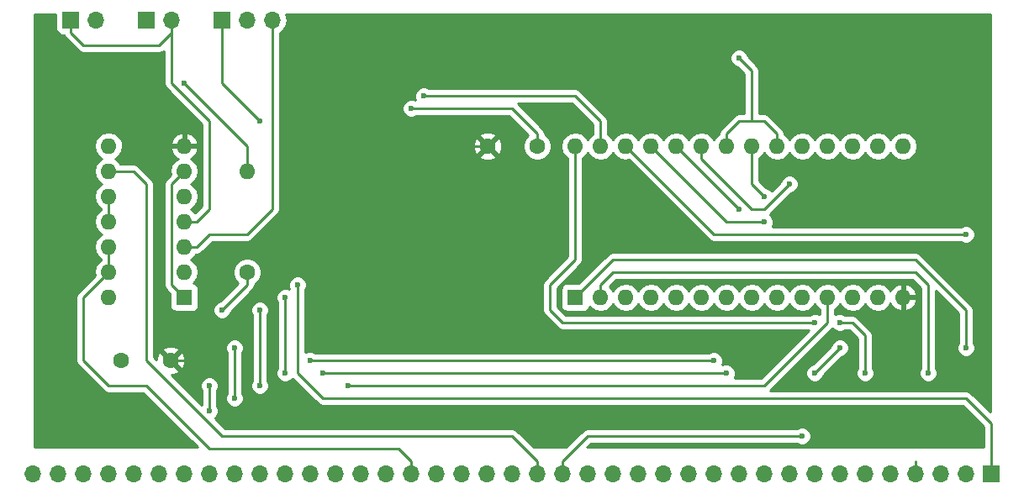
<source format=gbl>
G04 #@! TF.FileFunction,Copper,L2,Bot,Signal*
%FSLAX46Y46*%
G04 Gerber Fmt 4.6, Leading zero omitted, Abs format (unit mm)*
G04 Created by KiCad (PCBNEW 4.0.6) date 05/15/17 21:45:34*
%MOMM*%
%LPD*%
G01*
G04 APERTURE LIST*
%ADD10C,0.100000*%
%ADD11R,1.600000X1.600000*%
%ADD12O,1.600000X1.600000*%
%ADD13R,1.700000X1.700000*%
%ADD14O,1.700000X1.700000*%
%ADD15C,1.600000*%
%ADD16C,0.600000*%
%ADD17C,0.250000*%
%ADD18C,0.254000*%
G04 APERTURE END LIST*
D10*
D11*
X144780000Y-130810000D03*
D12*
X177800000Y-115570000D03*
X147320000Y-130810000D03*
X175260000Y-115570000D03*
X149860000Y-130810000D03*
X172720000Y-115570000D03*
X152400000Y-130810000D03*
X170180000Y-115570000D03*
X154940000Y-130810000D03*
X167640000Y-115570000D03*
X157480000Y-130810000D03*
X165100000Y-115570000D03*
X160020000Y-130810000D03*
X162560000Y-115570000D03*
X162560000Y-130810000D03*
X160020000Y-115570000D03*
X165100000Y-130810000D03*
X157480000Y-115570000D03*
X167640000Y-130810000D03*
X154940000Y-115570000D03*
X170180000Y-130810000D03*
X152400000Y-115570000D03*
X172720000Y-130810000D03*
X149860000Y-115570000D03*
X175260000Y-130810000D03*
X147320000Y-115570000D03*
X177800000Y-130810000D03*
X144780000Y-115570000D03*
D13*
X101600000Y-102870000D03*
D14*
X104140000Y-102870000D03*
D15*
X111760000Y-128270000D03*
D12*
X111760000Y-118110000D03*
D15*
X140970000Y-115570000D03*
X135970000Y-115570000D03*
X99060000Y-137160000D03*
X104060000Y-137160000D03*
D13*
X93980000Y-102870000D03*
D14*
X96520000Y-102870000D03*
D13*
X186690000Y-148590000D03*
D14*
X184150000Y-148590000D03*
X181610000Y-148590000D03*
X179070000Y-148590000D03*
X176530000Y-148590000D03*
X173990000Y-148590000D03*
X171450000Y-148590000D03*
X168910000Y-148590000D03*
X166370000Y-148590000D03*
X163830000Y-148590000D03*
X161290000Y-148590000D03*
X158750000Y-148590000D03*
X156210000Y-148590000D03*
X153670000Y-148590000D03*
X151130000Y-148590000D03*
X148590000Y-148590000D03*
X146050000Y-148590000D03*
X143510000Y-148590000D03*
X140970000Y-148590000D03*
X138430000Y-148590000D03*
X135890000Y-148590000D03*
X133350000Y-148590000D03*
X130810000Y-148590000D03*
X128270000Y-148590000D03*
X125730000Y-148590000D03*
X123190000Y-148590000D03*
X120650000Y-148590000D03*
X118110000Y-148590000D03*
X115570000Y-148590000D03*
X113030000Y-148590000D03*
X110490000Y-148590000D03*
X107950000Y-148590000D03*
X105410000Y-148590000D03*
X102870000Y-148590000D03*
X100330000Y-148590000D03*
X97790000Y-148590000D03*
X95250000Y-148590000D03*
X92710000Y-148590000D03*
X90170000Y-148590000D03*
D13*
X109220000Y-102870000D03*
D14*
X111760000Y-102870000D03*
X114300000Y-102870000D03*
D11*
X105410000Y-130810000D03*
D12*
X97790000Y-115570000D03*
X105410000Y-128270000D03*
X97790000Y-118110000D03*
X105410000Y-125730000D03*
X97790000Y-120650000D03*
X105410000Y-123190000D03*
X97790000Y-123190000D03*
X105410000Y-120650000D03*
X97790000Y-125730000D03*
X105410000Y-118110000D03*
X97790000Y-128270000D03*
X105410000Y-115570000D03*
X97790000Y-130810000D03*
D16*
X109220000Y-132080000D03*
X168910000Y-133350000D03*
X171450000Y-133350000D03*
X173990000Y-138430000D03*
X167640000Y-144780000D03*
X128270000Y-111760000D03*
X116840000Y-129540000D03*
X113030000Y-113030000D03*
X184150000Y-135890000D03*
X184150000Y-124460000D03*
X180340000Y-138430000D03*
X166370000Y-119380000D03*
X163830000Y-120650000D03*
X161290000Y-121920000D03*
X163830000Y-123190000D03*
X115570000Y-120650000D03*
X121920000Y-143510000D03*
X149860000Y-118110000D03*
X165100000Y-125730000D03*
X121920000Y-139700000D03*
X171450000Y-135890000D03*
X119380000Y-138430000D03*
X160020000Y-138430000D03*
X168910000Y-138430000D03*
X158750000Y-137160000D03*
X118110000Y-137160000D03*
X115570000Y-138430000D03*
X115570000Y-130810000D03*
X113030000Y-139700000D03*
X113030000Y-132080000D03*
X110490000Y-140970000D03*
X110490000Y-135890000D03*
X107950000Y-142240000D03*
X107950000Y-139700000D03*
X105410000Y-109220000D03*
X129540000Y-110490000D03*
X161290000Y-106680000D03*
D17*
X111760000Y-128270000D02*
X111760000Y-129540000D01*
X111760000Y-129540000D02*
X109220000Y-132080000D01*
X143510000Y-148590000D02*
X143510000Y-147320000D01*
X144780000Y-127000000D02*
X144780000Y-115570000D01*
X142240000Y-129540000D02*
X142240000Y-130810000D01*
X144780000Y-127000000D02*
X142240000Y-129540000D01*
X142240000Y-132080000D02*
X142240000Y-130810000D01*
X143510000Y-133350000D02*
X142240000Y-132080000D01*
X168910000Y-133350000D02*
X143510000Y-133350000D01*
X172720000Y-133350000D02*
X171450000Y-133350000D01*
X173990000Y-134620000D02*
X172720000Y-133350000D01*
X173990000Y-138430000D02*
X173990000Y-134620000D01*
X146050000Y-144780000D02*
X167640000Y-144780000D01*
X143510000Y-147320000D02*
X146050000Y-144780000D01*
X140970000Y-115570000D02*
X140970000Y-114300000D01*
X138430000Y-111760000D02*
X128270000Y-111760000D01*
X140970000Y-114300000D02*
X138430000Y-111760000D01*
X109220000Y-102870000D02*
X109220000Y-109220000D01*
X186690000Y-143510000D02*
X186690000Y-148590000D01*
X184150000Y-140970000D02*
X186690000Y-143510000D01*
X119380000Y-140970000D02*
X184150000Y-140970000D01*
X116840000Y-138430000D02*
X119380000Y-140970000D01*
X116840000Y-129540000D02*
X116840000Y-138430000D01*
X109220000Y-109220000D02*
X113030000Y-113030000D01*
X148590000Y-127000000D02*
X179070000Y-127000000D01*
X148590000Y-127000000D02*
X144780000Y-130810000D01*
X179070000Y-127000000D02*
X184150000Y-132080000D01*
X184150000Y-135890000D02*
X184150000Y-132080000D01*
X158750000Y-124460000D02*
X149860000Y-115570000D01*
X160020000Y-124460000D02*
X158750000Y-124460000D01*
X184150000Y-124460000D02*
X160020000Y-124460000D01*
X180340000Y-129540000D02*
X180340000Y-132080000D01*
X147320000Y-130810000D02*
X147320000Y-129540000D01*
X179070000Y-128270000D02*
X180340000Y-129540000D01*
X148590000Y-128270000D02*
X179070000Y-128270000D01*
X147320000Y-129540000D02*
X148590000Y-128270000D01*
X180340000Y-132080000D02*
X180340000Y-138430000D01*
X179070000Y-148590000D02*
X179070000Y-147320000D01*
X157480000Y-116840000D02*
X157480000Y-115570000D01*
X162560000Y-121920000D02*
X157480000Y-116840000D01*
X163830000Y-121920000D02*
X162560000Y-121920000D01*
X166370000Y-119380000D02*
X163830000Y-121920000D01*
X162560000Y-115570000D02*
X162560000Y-119380000D01*
X162560000Y-119380000D02*
X163830000Y-120650000D01*
X154940000Y-115570000D02*
X161290000Y-121920000D01*
X154940000Y-118110000D02*
X160020000Y-123190000D01*
X152400000Y-115570000D02*
X154940000Y-118110000D01*
X160020000Y-123190000D02*
X163830000Y-123190000D01*
X135970000Y-115570000D02*
X120650000Y-115570000D01*
X120650000Y-115570000D02*
X115570000Y-120650000D01*
X107950000Y-137160000D02*
X104060000Y-137160000D01*
X109220000Y-138430000D02*
X107950000Y-137160000D01*
X109220000Y-142240000D02*
X109220000Y-138430000D01*
X110490000Y-143510000D02*
X109220000Y-142240000D01*
X121920000Y-143510000D02*
X110490000Y-143510000D01*
X165100000Y-125730000D02*
X157480000Y-125730000D01*
X157480000Y-125730000D02*
X149860000Y-118110000D01*
X97790000Y-128270000D02*
X97790000Y-125730000D01*
X128270000Y-148590000D02*
X128270000Y-147320000D01*
X95250000Y-130810000D02*
X97790000Y-128270000D01*
X95250000Y-137160000D02*
X95250000Y-130810000D01*
X97790000Y-139700000D02*
X95250000Y-137160000D01*
X101600000Y-139700000D02*
X97790000Y-139700000D01*
X107950000Y-146050000D02*
X101600000Y-139700000D01*
X127000000Y-146050000D02*
X107950000Y-146050000D01*
X128270000Y-147320000D02*
X127000000Y-146050000D01*
X170180000Y-130810000D02*
X170180000Y-133350000D01*
X121920000Y-139700000D02*
X161290000Y-139700000D01*
X161290000Y-139700000D02*
X163830000Y-139700000D01*
X163830000Y-139700000D02*
X167640000Y-135890000D01*
X170180000Y-133350000D02*
X167640000Y-135890000D01*
X160020000Y-138430000D02*
X119380000Y-138430000D01*
X171450000Y-135890000D02*
X168910000Y-138430000D01*
X118110000Y-137160000D02*
X158750000Y-137160000D01*
X115570000Y-138430000D02*
X115570000Y-130810000D01*
X113030000Y-132080000D02*
X113030000Y-139700000D01*
X110490000Y-135890000D02*
X110490000Y-140970000D01*
X107950000Y-142240000D02*
X107950000Y-139700000D01*
X140970000Y-148590000D02*
X140970000Y-147320000D01*
X100330000Y-118110000D02*
X97790000Y-118110000D01*
X101600000Y-119380000D02*
X100330000Y-118110000D01*
X101600000Y-137160000D02*
X101600000Y-119380000D01*
X109220000Y-144780000D02*
X101600000Y-137160000D01*
X138430000Y-144780000D02*
X109220000Y-144780000D01*
X140970000Y-147320000D02*
X138430000Y-144780000D01*
X111760000Y-115570000D02*
X105410000Y-109220000D01*
X111760000Y-118110000D02*
X111760000Y-115570000D01*
X93980000Y-102870000D02*
X93980000Y-104140000D01*
X102870000Y-105410000D02*
X104140000Y-104140000D01*
X95250000Y-105410000D02*
X102870000Y-105410000D01*
X93980000Y-104140000D02*
X95250000Y-105410000D01*
X107950000Y-114300000D02*
X107950000Y-113030000D01*
X106680000Y-123190000D02*
X107950000Y-121920000D01*
X107950000Y-121920000D02*
X107950000Y-114300000D01*
X105410000Y-123190000D02*
X106680000Y-123190000D01*
X104140000Y-109220000D02*
X104140000Y-104140000D01*
X104140000Y-104140000D02*
X104140000Y-102870000D01*
X107950000Y-113030000D02*
X104140000Y-109220000D01*
X147320000Y-115570000D02*
X147320000Y-113030000D01*
X144780000Y-110490000D02*
X129540000Y-110490000D01*
X147320000Y-113030000D02*
X144780000Y-110490000D01*
X114300000Y-102870000D02*
X114300000Y-109220000D01*
X114300000Y-109220000D02*
X114300000Y-121920000D01*
X114300000Y-121920000D02*
X111760000Y-124460000D01*
X111760000Y-124460000D02*
X107950000Y-124460000D01*
X107950000Y-124460000D02*
X106680000Y-125730000D01*
X106680000Y-125730000D02*
X105410000Y-125730000D01*
X162560000Y-107950000D02*
X162560000Y-113030000D01*
X162560000Y-107950000D02*
X161290000Y-106680000D01*
X160020000Y-115570000D02*
X160020000Y-114300000D01*
X165100000Y-114300000D02*
X165100000Y-115570000D01*
X163830000Y-113030000D02*
X165100000Y-114300000D01*
X161290000Y-113030000D02*
X162560000Y-113030000D01*
X162560000Y-113030000D02*
X163830000Y-113030000D01*
X160020000Y-114300000D02*
X161290000Y-113030000D01*
X105410000Y-130810000D02*
X104140000Y-129540000D01*
X104140000Y-119380000D02*
X105410000Y-118110000D01*
X104140000Y-129540000D02*
X104140000Y-119380000D01*
X97790000Y-123190000D02*
X97790000Y-120650000D01*
D18*
G36*
X92482560Y-103720000D02*
X92526838Y-103955317D01*
X92665910Y-104171441D01*
X92878110Y-104316431D01*
X93130000Y-104367440D01*
X93265241Y-104367440D01*
X93277852Y-104430839D01*
X93442599Y-104677401D01*
X94712599Y-105947401D01*
X94959160Y-106112148D01*
X95250000Y-106170000D01*
X102870000Y-106170000D01*
X103160839Y-106112148D01*
X103380000Y-105965710D01*
X103380000Y-109220000D01*
X103437852Y-109510839D01*
X103602599Y-109757401D01*
X107190000Y-113344802D01*
X107190000Y-121605198D01*
X106519736Y-122275462D01*
X106452811Y-122175302D01*
X106070725Y-121920000D01*
X106452811Y-121664698D01*
X106763880Y-121199151D01*
X106873113Y-120650000D01*
X106763880Y-120100849D01*
X106452811Y-119635302D01*
X106070725Y-119380000D01*
X106452811Y-119124698D01*
X106763880Y-118659151D01*
X106873113Y-118110000D01*
X106763880Y-117560849D01*
X106452811Y-117095302D01*
X106048297Y-116825014D01*
X106265134Y-116722389D01*
X106641041Y-116307423D01*
X106801904Y-115919039D01*
X106679915Y-115697000D01*
X105537000Y-115697000D01*
X105537000Y-115717000D01*
X105283000Y-115717000D01*
X105283000Y-115697000D01*
X104140085Y-115697000D01*
X104018096Y-115919039D01*
X104178959Y-116307423D01*
X104554866Y-116722389D01*
X104771703Y-116825014D01*
X104367189Y-117095302D01*
X104056120Y-117560849D01*
X103946887Y-118110000D01*
X104011312Y-118433886D01*
X103602599Y-118842599D01*
X103437852Y-119089161D01*
X103380000Y-119380000D01*
X103380000Y-129540000D01*
X103437852Y-129830839D01*
X103602599Y-130077401D01*
X103962560Y-130437362D01*
X103962560Y-131610000D01*
X104006838Y-131845317D01*
X104145910Y-132061441D01*
X104358110Y-132206431D01*
X104610000Y-132257440D01*
X106210000Y-132257440D01*
X106445317Y-132213162D01*
X106661441Y-132074090D01*
X106806431Y-131861890D01*
X106857440Y-131610000D01*
X106857440Y-130010000D01*
X106813162Y-129774683D01*
X106674090Y-129558559D01*
X106461890Y-129413569D01*
X106306911Y-129382185D01*
X106452811Y-129284698D01*
X106763880Y-128819151D01*
X106873113Y-128270000D01*
X106763880Y-127720849D01*
X106452811Y-127255302D01*
X106070725Y-127000000D01*
X106452811Y-126744698D01*
X106622995Y-126490000D01*
X106680000Y-126490000D01*
X106970839Y-126432148D01*
X107217401Y-126267401D01*
X108264802Y-125220000D01*
X111760000Y-125220000D01*
X112050839Y-125162148D01*
X112297401Y-124997401D01*
X114837401Y-122457401D01*
X115002148Y-122210840D01*
X115022843Y-122106799D01*
X115060000Y-121920000D01*
X115060000Y-116577745D01*
X135141861Y-116577745D01*
X135215995Y-116823864D01*
X135753223Y-117016965D01*
X136323454Y-116989778D01*
X136724005Y-116823864D01*
X136798139Y-116577745D01*
X135970000Y-115749605D01*
X135141861Y-116577745D01*
X115060000Y-116577745D01*
X115060000Y-115353223D01*
X134523035Y-115353223D01*
X134550222Y-115923454D01*
X134716136Y-116324005D01*
X134962255Y-116398139D01*
X135790395Y-115570000D01*
X136149605Y-115570000D01*
X136977745Y-116398139D01*
X137223864Y-116324005D01*
X137416965Y-115786777D01*
X137389778Y-115216546D01*
X137223864Y-114815995D01*
X136977745Y-114741861D01*
X136149605Y-115570000D01*
X135790395Y-115570000D01*
X134962255Y-114741861D01*
X134716136Y-114815995D01*
X134523035Y-115353223D01*
X115060000Y-115353223D01*
X115060000Y-114562255D01*
X135141861Y-114562255D01*
X135970000Y-115390395D01*
X136798139Y-114562255D01*
X136724005Y-114316136D01*
X136186777Y-114123035D01*
X135616546Y-114150222D01*
X135215995Y-114316136D01*
X135141861Y-114562255D01*
X115060000Y-114562255D01*
X115060000Y-104142954D01*
X115350054Y-103949147D01*
X115671961Y-103467378D01*
X115785000Y-102899093D01*
X115785000Y-102840907D01*
X115679396Y-102310000D01*
X186563000Y-102310000D01*
X186563000Y-142308198D01*
X184687401Y-140432599D01*
X184440839Y-140267852D01*
X184150000Y-140210000D01*
X164394802Y-140210000D01*
X165989635Y-138615167D01*
X167974838Y-138615167D01*
X168116883Y-138958943D01*
X168379673Y-139222192D01*
X168723201Y-139364838D01*
X169095167Y-139365162D01*
X169438943Y-139223117D01*
X169702192Y-138960327D01*
X169844838Y-138616799D01*
X169844879Y-138569923D01*
X171589680Y-136825122D01*
X171635167Y-136825162D01*
X171978943Y-136683117D01*
X172242192Y-136420327D01*
X172384838Y-136076799D01*
X172385162Y-135704833D01*
X172243117Y-135361057D01*
X171980327Y-135097808D01*
X171636799Y-134955162D01*
X171264833Y-134954838D01*
X170921057Y-135096883D01*
X170657808Y-135359673D01*
X170515162Y-135703201D01*
X170515121Y-135750077D01*
X168770320Y-137494878D01*
X168724833Y-137494838D01*
X168381057Y-137636883D01*
X168117808Y-137899673D01*
X167975162Y-138243201D01*
X167974838Y-138615167D01*
X165989635Y-138615167D01*
X170691341Y-133913461D01*
X170919673Y-134142192D01*
X171263201Y-134284838D01*
X171635167Y-134285162D01*
X171978943Y-134143117D01*
X172012118Y-134110000D01*
X172405198Y-134110000D01*
X173230000Y-134934802D01*
X173230000Y-137867537D01*
X173197808Y-137899673D01*
X173055162Y-138243201D01*
X173054838Y-138615167D01*
X173196883Y-138958943D01*
X173459673Y-139222192D01*
X173803201Y-139364838D01*
X174175167Y-139365162D01*
X174518943Y-139223117D01*
X174782192Y-138960327D01*
X174924838Y-138616799D01*
X174925162Y-138244833D01*
X174783117Y-137901057D01*
X174750000Y-137867882D01*
X174750000Y-134620000D01*
X174692148Y-134329161D01*
X174692148Y-134329160D01*
X174527401Y-134082599D01*
X173257401Y-132812599D01*
X173010839Y-132647852D01*
X172720000Y-132590000D01*
X172012463Y-132590000D01*
X171980327Y-132557808D01*
X171636799Y-132415162D01*
X171264833Y-132414838D01*
X170940000Y-132549056D01*
X170940000Y-132022995D01*
X171194698Y-131852811D01*
X171450000Y-131470725D01*
X171705302Y-131852811D01*
X172170849Y-132163880D01*
X172720000Y-132273113D01*
X173269151Y-132163880D01*
X173734698Y-131852811D01*
X173990000Y-131470725D01*
X174245302Y-131852811D01*
X174710849Y-132163880D01*
X175260000Y-132273113D01*
X175809151Y-132163880D01*
X176274698Y-131852811D01*
X176544986Y-131448297D01*
X176647611Y-131665134D01*
X177062577Y-132041041D01*
X177450961Y-132201904D01*
X177673000Y-132079915D01*
X177673000Y-130937000D01*
X177927000Y-130937000D01*
X177927000Y-132079915D01*
X178149039Y-132201904D01*
X178537423Y-132041041D01*
X178952389Y-131665134D01*
X179191914Y-131159041D01*
X179070629Y-130937000D01*
X177927000Y-130937000D01*
X177673000Y-130937000D01*
X177653000Y-130937000D01*
X177653000Y-130683000D01*
X177673000Y-130683000D01*
X177673000Y-129540085D01*
X177927000Y-129540085D01*
X177927000Y-130683000D01*
X179070629Y-130683000D01*
X179191914Y-130460959D01*
X178952389Y-129954866D01*
X178537423Y-129578959D01*
X178149039Y-129418096D01*
X177927000Y-129540085D01*
X177673000Y-129540085D01*
X177450961Y-129418096D01*
X177062577Y-129578959D01*
X176647611Y-129954866D01*
X176544986Y-130171703D01*
X176274698Y-129767189D01*
X175809151Y-129456120D01*
X175260000Y-129346887D01*
X174710849Y-129456120D01*
X174245302Y-129767189D01*
X173990000Y-130149275D01*
X173734698Y-129767189D01*
X173269151Y-129456120D01*
X172720000Y-129346887D01*
X172170849Y-129456120D01*
X171705302Y-129767189D01*
X171450000Y-130149275D01*
X171194698Y-129767189D01*
X170729151Y-129456120D01*
X170180000Y-129346887D01*
X169630849Y-129456120D01*
X169165302Y-129767189D01*
X168910000Y-130149275D01*
X168654698Y-129767189D01*
X168189151Y-129456120D01*
X167640000Y-129346887D01*
X167090849Y-129456120D01*
X166625302Y-129767189D01*
X166370000Y-130149275D01*
X166114698Y-129767189D01*
X165649151Y-129456120D01*
X165100000Y-129346887D01*
X164550849Y-129456120D01*
X164085302Y-129767189D01*
X163830000Y-130149275D01*
X163574698Y-129767189D01*
X163109151Y-129456120D01*
X162560000Y-129346887D01*
X162010849Y-129456120D01*
X161545302Y-129767189D01*
X161290000Y-130149275D01*
X161034698Y-129767189D01*
X160569151Y-129456120D01*
X160020000Y-129346887D01*
X159470849Y-129456120D01*
X159005302Y-129767189D01*
X158750000Y-130149275D01*
X158494698Y-129767189D01*
X158029151Y-129456120D01*
X157480000Y-129346887D01*
X156930849Y-129456120D01*
X156465302Y-129767189D01*
X156210000Y-130149275D01*
X155954698Y-129767189D01*
X155489151Y-129456120D01*
X154940000Y-129346887D01*
X154390849Y-129456120D01*
X153925302Y-129767189D01*
X153670000Y-130149275D01*
X153414698Y-129767189D01*
X152949151Y-129456120D01*
X152400000Y-129346887D01*
X151850849Y-129456120D01*
X151385302Y-129767189D01*
X151130000Y-130149275D01*
X150874698Y-129767189D01*
X150409151Y-129456120D01*
X149860000Y-129346887D01*
X149310849Y-129456120D01*
X148845302Y-129767189D01*
X148590000Y-130149275D01*
X148334698Y-129767189D01*
X148234538Y-129700264D01*
X148904802Y-129030000D01*
X178755198Y-129030000D01*
X179580000Y-129854802D01*
X179580000Y-137867537D01*
X179547808Y-137899673D01*
X179405162Y-138243201D01*
X179404838Y-138615167D01*
X179546883Y-138958943D01*
X179809673Y-139222192D01*
X180153201Y-139364838D01*
X180525167Y-139365162D01*
X180868943Y-139223117D01*
X181132192Y-138960327D01*
X181274838Y-138616799D01*
X181275162Y-138244833D01*
X181133117Y-137901057D01*
X181100000Y-137867882D01*
X181100000Y-130104802D01*
X183390000Y-132394802D01*
X183390000Y-135327537D01*
X183357808Y-135359673D01*
X183215162Y-135703201D01*
X183214838Y-136075167D01*
X183356883Y-136418943D01*
X183619673Y-136682192D01*
X183963201Y-136824838D01*
X184335167Y-136825162D01*
X184678943Y-136683117D01*
X184942192Y-136420327D01*
X185084838Y-136076799D01*
X185085162Y-135704833D01*
X184943117Y-135361057D01*
X184910000Y-135327882D01*
X184910000Y-132080000D01*
X184852148Y-131789161D01*
X184687401Y-131542599D01*
X179607401Y-126462599D01*
X179360839Y-126297852D01*
X179070000Y-126240000D01*
X148590000Y-126240000D01*
X148299161Y-126297852D01*
X148052599Y-126462599D01*
X145152638Y-129362560D01*
X143980000Y-129362560D01*
X143744683Y-129406838D01*
X143528559Y-129545910D01*
X143383569Y-129758110D01*
X143332560Y-130010000D01*
X143332560Y-131610000D01*
X143376838Y-131845317D01*
X143515910Y-132061441D01*
X143728110Y-132206431D01*
X143980000Y-132257440D01*
X145580000Y-132257440D01*
X145815317Y-132213162D01*
X146031441Y-132074090D01*
X146176431Y-131861890D01*
X146207815Y-131706911D01*
X146305302Y-131852811D01*
X146770849Y-132163880D01*
X147320000Y-132273113D01*
X147869151Y-132163880D01*
X148334698Y-131852811D01*
X148590000Y-131470725D01*
X148845302Y-131852811D01*
X149310849Y-132163880D01*
X149860000Y-132273113D01*
X150409151Y-132163880D01*
X150874698Y-131852811D01*
X151130000Y-131470725D01*
X151385302Y-131852811D01*
X151850849Y-132163880D01*
X152400000Y-132273113D01*
X152949151Y-132163880D01*
X153414698Y-131852811D01*
X153670000Y-131470725D01*
X153925302Y-131852811D01*
X154390849Y-132163880D01*
X154940000Y-132273113D01*
X155489151Y-132163880D01*
X155954698Y-131852811D01*
X156210000Y-131470725D01*
X156465302Y-131852811D01*
X156930849Y-132163880D01*
X157480000Y-132273113D01*
X158029151Y-132163880D01*
X158494698Y-131852811D01*
X158750000Y-131470725D01*
X159005302Y-131852811D01*
X159470849Y-132163880D01*
X160020000Y-132273113D01*
X160569151Y-132163880D01*
X161034698Y-131852811D01*
X161290000Y-131470725D01*
X161545302Y-131852811D01*
X162010849Y-132163880D01*
X162560000Y-132273113D01*
X163109151Y-132163880D01*
X163574698Y-131852811D01*
X163830000Y-131470725D01*
X164085302Y-131852811D01*
X164550849Y-132163880D01*
X165100000Y-132273113D01*
X165649151Y-132163880D01*
X166114698Y-131852811D01*
X166370000Y-131470725D01*
X166625302Y-131852811D01*
X167090849Y-132163880D01*
X167640000Y-132273113D01*
X168189151Y-132163880D01*
X168654698Y-131852811D01*
X168910000Y-131470725D01*
X169165302Y-131852811D01*
X169420000Y-132022995D01*
X169420000Y-132549367D01*
X169096799Y-132415162D01*
X168724833Y-132414838D01*
X168381057Y-132556883D01*
X168347882Y-132590000D01*
X143824802Y-132590000D01*
X143000000Y-131765198D01*
X143000000Y-129854802D01*
X145317401Y-127537401D01*
X145482148Y-127290840D01*
X145507179Y-127165000D01*
X145540000Y-127000000D01*
X145540000Y-116782995D01*
X145794698Y-116612811D01*
X146050000Y-116230725D01*
X146305302Y-116612811D01*
X146770849Y-116923880D01*
X147320000Y-117033113D01*
X147869151Y-116923880D01*
X148334698Y-116612811D01*
X148590000Y-116230725D01*
X148845302Y-116612811D01*
X149310849Y-116923880D01*
X149860000Y-117033113D01*
X150183886Y-116968688D01*
X158212599Y-124997401D01*
X158459161Y-125162148D01*
X158750000Y-125220000D01*
X183587537Y-125220000D01*
X183619673Y-125252192D01*
X183963201Y-125394838D01*
X184335167Y-125395162D01*
X184678943Y-125253117D01*
X184942192Y-124990327D01*
X185084838Y-124646799D01*
X185085162Y-124274833D01*
X184943117Y-123931057D01*
X184680327Y-123667808D01*
X184336799Y-123525162D01*
X183964833Y-123524838D01*
X183621057Y-123666883D01*
X183587882Y-123700000D01*
X164630633Y-123700000D01*
X164764838Y-123376799D01*
X164765162Y-123004833D01*
X164623117Y-122661057D01*
X164393631Y-122431171D01*
X166509680Y-120315122D01*
X166555167Y-120315162D01*
X166898943Y-120173117D01*
X167162192Y-119910327D01*
X167304838Y-119566799D01*
X167305162Y-119194833D01*
X167163117Y-118851057D01*
X166900327Y-118587808D01*
X166556799Y-118445162D01*
X166184833Y-118444838D01*
X165841057Y-118586883D01*
X165577808Y-118849673D01*
X165435162Y-119193201D01*
X165435121Y-119240077D01*
X164588659Y-120086539D01*
X164360327Y-119857808D01*
X164016799Y-119715162D01*
X163969923Y-119715121D01*
X163320000Y-119065198D01*
X163320000Y-116782995D01*
X163574698Y-116612811D01*
X163830000Y-116230725D01*
X164085302Y-116612811D01*
X164550849Y-116923880D01*
X165100000Y-117033113D01*
X165649151Y-116923880D01*
X166114698Y-116612811D01*
X166370000Y-116230725D01*
X166625302Y-116612811D01*
X167090849Y-116923880D01*
X167640000Y-117033113D01*
X168189151Y-116923880D01*
X168654698Y-116612811D01*
X168910000Y-116230725D01*
X169165302Y-116612811D01*
X169630849Y-116923880D01*
X170180000Y-117033113D01*
X170729151Y-116923880D01*
X171194698Y-116612811D01*
X171450000Y-116230725D01*
X171705302Y-116612811D01*
X172170849Y-116923880D01*
X172720000Y-117033113D01*
X173269151Y-116923880D01*
X173734698Y-116612811D01*
X173990000Y-116230725D01*
X174245302Y-116612811D01*
X174710849Y-116923880D01*
X175260000Y-117033113D01*
X175809151Y-116923880D01*
X176274698Y-116612811D01*
X176530000Y-116230725D01*
X176785302Y-116612811D01*
X177250849Y-116923880D01*
X177800000Y-117033113D01*
X178349151Y-116923880D01*
X178814698Y-116612811D01*
X179125767Y-116147264D01*
X179235000Y-115598113D01*
X179235000Y-115541887D01*
X179125767Y-114992736D01*
X178814698Y-114527189D01*
X178349151Y-114216120D01*
X177800000Y-114106887D01*
X177250849Y-114216120D01*
X176785302Y-114527189D01*
X176530000Y-114909275D01*
X176274698Y-114527189D01*
X175809151Y-114216120D01*
X175260000Y-114106887D01*
X174710849Y-114216120D01*
X174245302Y-114527189D01*
X173990000Y-114909275D01*
X173734698Y-114527189D01*
X173269151Y-114216120D01*
X172720000Y-114106887D01*
X172170849Y-114216120D01*
X171705302Y-114527189D01*
X171450000Y-114909275D01*
X171194698Y-114527189D01*
X170729151Y-114216120D01*
X170180000Y-114106887D01*
X169630849Y-114216120D01*
X169165302Y-114527189D01*
X168910000Y-114909275D01*
X168654698Y-114527189D01*
X168189151Y-114216120D01*
X167640000Y-114106887D01*
X167090849Y-114216120D01*
X166625302Y-114527189D01*
X166370000Y-114909275D01*
X166114698Y-114527189D01*
X165860000Y-114357005D01*
X165860000Y-114300000D01*
X165802148Y-114009161D01*
X165802148Y-114009160D01*
X165637401Y-113762599D01*
X164367401Y-112492599D01*
X164120839Y-112327852D01*
X163830000Y-112270000D01*
X163320000Y-112270000D01*
X163320000Y-107950000D01*
X163262148Y-107659161D01*
X163262148Y-107659160D01*
X163097401Y-107412599D01*
X162225122Y-106540320D01*
X162225162Y-106494833D01*
X162083117Y-106151057D01*
X161820327Y-105887808D01*
X161476799Y-105745162D01*
X161104833Y-105744838D01*
X160761057Y-105886883D01*
X160497808Y-106149673D01*
X160355162Y-106493201D01*
X160354838Y-106865167D01*
X160496883Y-107208943D01*
X160759673Y-107472192D01*
X161103201Y-107614838D01*
X161150077Y-107614879D01*
X161800000Y-108264802D01*
X161800000Y-112270000D01*
X161290000Y-112270000D01*
X160999160Y-112327852D01*
X160752599Y-112492599D01*
X159482599Y-113762599D01*
X159317852Y-114009161D01*
X159260000Y-114300000D01*
X159260000Y-114357005D01*
X159005302Y-114527189D01*
X158750000Y-114909275D01*
X158494698Y-114527189D01*
X158029151Y-114216120D01*
X157480000Y-114106887D01*
X156930849Y-114216120D01*
X156465302Y-114527189D01*
X156210000Y-114909275D01*
X155954698Y-114527189D01*
X155489151Y-114216120D01*
X154940000Y-114106887D01*
X154390849Y-114216120D01*
X153925302Y-114527189D01*
X153670000Y-114909275D01*
X153414698Y-114527189D01*
X152949151Y-114216120D01*
X152400000Y-114106887D01*
X151850849Y-114216120D01*
X151385302Y-114527189D01*
X151130000Y-114909275D01*
X150874698Y-114527189D01*
X150409151Y-114216120D01*
X149860000Y-114106887D01*
X149310849Y-114216120D01*
X148845302Y-114527189D01*
X148590000Y-114909275D01*
X148334698Y-114527189D01*
X148080000Y-114357005D01*
X148080000Y-113030000D01*
X148022148Y-112739161D01*
X148022148Y-112739160D01*
X147857401Y-112492599D01*
X145317401Y-109952599D01*
X145070839Y-109787852D01*
X144780000Y-109730000D01*
X130102463Y-109730000D01*
X130070327Y-109697808D01*
X129726799Y-109555162D01*
X129354833Y-109554838D01*
X129011057Y-109696883D01*
X128747808Y-109959673D01*
X128605162Y-110303201D01*
X128604838Y-110675167D01*
X128710310Y-110930430D01*
X128456799Y-110825162D01*
X128084833Y-110824838D01*
X127741057Y-110966883D01*
X127477808Y-111229673D01*
X127335162Y-111573201D01*
X127334838Y-111945167D01*
X127476883Y-112288943D01*
X127739673Y-112552192D01*
X128083201Y-112694838D01*
X128455167Y-112695162D01*
X128798943Y-112553117D01*
X128832118Y-112520000D01*
X138115198Y-112520000D01*
X140052986Y-114457788D01*
X139754176Y-114756077D01*
X139535250Y-115283309D01*
X139534752Y-115854187D01*
X139752757Y-116381800D01*
X140156077Y-116785824D01*
X140683309Y-117004750D01*
X141254187Y-117005248D01*
X141781800Y-116787243D01*
X142185824Y-116383923D01*
X142404750Y-115856691D01*
X142405248Y-115285813D01*
X142187243Y-114758200D01*
X141783923Y-114354176D01*
X141730000Y-114331785D01*
X141730000Y-114300000D01*
X141672148Y-114009161D01*
X141672148Y-114009160D01*
X141507401Y-113762599D01*
X138994802Y-111250000D01*
X144465198Y-111250000D01*
X146560000Y-113344802D01*
X146560000Y-114357005D01*
X146305302Y-114527189D01*
X146050000Y-114909275D01*
X145794698Y-114527189D01*
X145329151Y-114216120D01*
X144780000Y-114106887D01*
X144230849Y-114216120D01*
X143765302Y-114527189D01*
X143454233Y-114992736D01*
X143345000Y-115541887D01*
X143345000Y-115598113D01*
X143454233Y-116147264D01*
X143765302Y-116612811D01*
X144020000Y-116782995D01*
X144020000Y-126685198D01*
X141702599Y-129002599D01*
X141537852Y-129249161D01*
X141480000Y-129540000D01*
X141480000Y-132080000D01*
X141537852Y-132370839D01*
X141702599Y-132617401D01*
X142972599Y-133887401D01*
X143219160Y-134052148D01*
X143510000Y-134110000D01*
X168345198Y-134110000D01*
X163515198Y-138940000D01*
X160820633Y-138940000D01*
X160954838Y-138616799D01*
X160955162Y-138244833D01*
X160813117Y-137901057D01*
X160550327Y-137637808D01*
X160206799Y-137495162D01*
X159834833Y-137494838D01*
X159579570Y-137600310D01*
X159684838Y-137346799D01*
X159685162Y-136974833D01*
X159543117Y-136631057D01*
X159280327Y-136367808D01*
X158936799Y-136225162D01*
X158564833Y-136224838D01*
X158221057Y-136366883D01*
X158187882Y-136400000D01*
X118672463Y-136400000D01*
X118640327Y-136367808D01*
X118296799Y-136225162D01*
X117924833Y-136224838D01*
X117600000Y-136359056D01*
X117600000Y-130102463D01*
X117632192Y-130070327D01*
X117774838Y-129726799D01*
X117775162Y-129354833D01*
X117633117Y-129011057D01*
X117370327Y-128747808D01*
X117026799Y-128605162D01*
X116654833Y-128604838D01*
X116311057Y-128746883D01*
X116047808Y-129009673D01*
X115905162Y-129353201D01*
X115904838Y-129725167D01*
X116010310Y-129980430D01*
X115756799Y-129875162D01*
X115384833Y-129874838D01*
X115041057Y-130016883D01*
X114777808Y-130279673D01*
X114635162Y-130623201D01*
X114634838Y-130995167D01*
X114776883Y-131338943D01*
X114810000Y-131372118D01*
X114810000Y-137867537D01*
X114777808Y-137899673D01*
X114635162Y-138243201D01*
X114634838Y-138615167D01*
X114776883Y-138958943D01*
X115039673Y-139222192D01*
X115383201Y-139364838D01*
X115755167Y-139365162D01*
X116098943Y-139223117D01*
X116328829Y-138993631D01*
X118842599Y-141507401D01*
X119089160Y-141672148D01*
X119137414Y-141681746D01*
X119380000Y-141730000D01*
X183835198Y-141730000D01*
X185930000Y-143824802D01*
X185930000Y-145923000D01*
X145981802Y-145923000D01*
X146364802Y-145540000D01*
X167077537Y-145540000D01*
X167109673Y-145572192D01*
X167453201Y-145714838D01*
X167825167Y-145715162D01*
X168168943Y-145573117D01*
X168432192Y-145310327D01*
X168574838Y-144966799D01*
X168575162Y-144594833D01*
X168433117Y-144251057D01*
X168170327Y-143987808D01*
X167826799Y-143845162D01*
X167454833Y-143844838D01*
X167111057Y-143986883D01*
X167077882Y-144020000D01*
X146050000Y-144020000D01*
X145807414Y-144068254D01*
X145759160Y-144077852D01*
X145512599Y-144242599D01*
X143832198Y-145923000D01*
X140647802Y-145923000D01*
X138967401Y-144242599D01*
X138720839Y-144077852D01*
X138430000Y-144020000D01*
X109534802Y-144020000D01*
X108513461Y-142998659D01*
X108742192Y-142770327D01*
X108884838Y-142426799D01*
X108885162Y-142054833D01*
X108743117Y-141711057D01*
X108710000Y-141677882D01*
X108710000Y-140262463D01*
X108742192Y-140230327D01*
X108884838Y-139886799D01*
X108885162Y-139514833D01*
X108743117Y-139171057D01*
X108480327Y-138907808D01*
X108136799Y-138765162D01*
X107764833Y-138764838D01*
X107421057Y-138906883D01*
X107157808Y-139169673D01*
X107015162Y-139513201D01*
X107014838Y-139885167D01*
X107156883Y-140228943D01*
X107190000Y-140262118D01*
X107190000Y-141675198D01*
X104109091Y-138594289D01*
X104413454Y-138579778D01*
X104814005Y-138413864D01*
X104888139Y-138167745D01*
X104060000Y-137339605D01*
X104045858Y-137353748D01*
X103866252Y-137174142D01*
X103880395Y-137160000D01*
X104239605Y-137160000D01*
X105067745Y-137988139D01*
X105313864Y-137914005D01*
X105506965Y-137376777D01*
X105479778Y-136806546D01*
X105313864Y-136405995D01*
X105067745Y-136331861D01*
X104239605Y-137160000D01*
X103880395Y-137160000D01*
X103052255Y-136331861D01*
X102806136Y-136405995D01*
X102613035Y-136943223D01*
X102620795Y-137105993D01*
X102360000Y-136845198D01*
X102360000Y-136152255D01*
X103231861Y-136152255D01*
X104060000Y-136980395D01*
X104888139Y-136152255D01*
X104864920Y-136075167D01*
X109554838Y-136075167D01*
X109696883Y-136418943D01*
X109730000Y-136452118D01*
X109730000Y-140407537D01*
X109697808Y-140439673D01*
X109555162Y-140783201D01*
X109554838Y-141155167D01*
X109696883Y-141498943D01*
X109959673Y-141762192D01*
X110303201Y-141904838D01*
X110675167Y-141905162D01*
X111018943Y-141763117D01*
X111282192Y-141500327D01*
X111424838Y-141156799D01*
X111425162Y-140784833D01*
X111283117Y-140441057D01*
X111250000Y-140407882D01*
X111250000Y-136452463D01*
X111282192Y-136420327D01*
X111424838Y-136076799D01*
X111425162Y-135704833D01*
X111283117Y-135361057D01*
X111020327Y-135097808D01*
X110676799Y-134955162D01*
X110304833Y-134954838D01*
X109961057Y-135096883D01*
X109697808Y-135359673D01*
X109555162Y-135703201D01*
X109554838Y-136075167D01*
X104864920Y-136075167D01*
X104814005Y-135906136D01*
X104276777Y-135713035D01*
X103706546Y-135740222D01*
X103305995Y-135906136D01*
X103231861Y-136152255D01*
X102360000Y-136152255D01*
X102360000Y-132265167D01*
X108284838Y-132265167D01*
X108426883Y-132608943D01*
X108689673Y-132872192D01*
X109033201Y-133014838D01*
X109405167Y-133015162D01*
X109748943Y-132873117D01*
X110012192Y-132610327D01*
X110154838Y-132266799D01*
X110154839Y-132265167D01*
X112094838Y-132265167D01*
X112236883Y-132608943D01*
X112270000Y-132642118D01*
X112270000Y-139137537D01*
X112237808Y-139169673D01*
X112095162Y-139513201D01*
X112094838Y-139885167D01*
X112236883Y-140228943D01*
X112499673Y-140492192D01*
X112843201Y-140634838D01*
X113215167Y-140635162D01*
X113558943Y-140493117D01*
X113822192Y-140230327D01*
X113964838Y-139886799D01*
X113965162Y-139514833D01*
X113823117Y-139171057D01*
X113790000Y-139137882D01*
X113790000Y-132642463D01*
X113822192Y-132610327D01*
X113964838Y-132266799D01*
X113965162Y-131894833D01*
X113823117Y-131551057D01*
X113560327Y-131287808D01*
X113216799Y-131145162D01*
X112844833Y-131144838D01*
X112501057Y-131286883D01*
X112237808Y-131549673D01*
X112095162Y-131893201D01*
X112094838Y-132265167D01*
X110154839Y-132265167D01*
X110154879Y-132219923D01*
X112297401Y-130077401D01*
X112462148Y-129830840D01*
X112482843Y-129726799D01*
X112520000Y-129540000D01*
X112520000Y-129508646D01*
X112571800Y-129487243D01*
X112975824Y-129083923D01*
X113194750Y-128556691D01*
X113195248Y-127985813D01*
X112977243Y-127458200D01*
X112573923Y-127054176D01*
X112046691Y-126835250D01*
X111475813Y-126834752D01*
X110948200Y-127052757D01*
X110544176Y-127456077D01*
X110325250Y-127983309D01*
X110324752Y-128554187D01*
X110542757Y-129081800D01*
X110842816Y-129382382D01*
X109080320Y-131144878D01*
X109034833Y-131144838D01*
X108691057Y-131286883D01*
X108427808Y-131549673D01*
X108285162Y-131893201D01*
X108284838Y-132265167D01*
X102360000Y-132265167D01*
X102360000Y-119380000D01*
X102302148Y-119089161D01*
X102302148Y-119089160D01*
X102137401Y-118842599D01*
X100867401Y-117572599D01*
X100620839Y-117407852D01*
X100330000Y-117350000D01*
X99002995Y-117350000D01*
X98832811Y-117095302D01*
X98450725Y-116840000D01*
X98832811Y-116584698D01*
X99143880Y-116119151D01*
X99253113Y-115570000D01*
X99183685Y-115220961D01*
X104018096Y-115220961D01*
X104140085Y-115443000D01*
X105283000Y-115443000D01*
X105283000Y-114299371D01*
X105537000Y-114299371D01*
X105537000Y-115443000D01*
X106679915Y-115443000D01*
X106801904Y-115220961D01*
X106641041Y-114832577D01*
X106265134Y-114417611D01*
X105759041Y-114178086D01*
X105537000Y-114299371D01*
X105283000Y-114299371D01*
X105060959Y-114178086D01*
X104554866Y-114417611D01*
X104178959Y-114832577D01*
X104018096Y-115220961D01*
X99183685Y-115220961D01*
X99143880Y-115020849D01*
X98832811Y-114555302D01*
X98367264Y-114244233D01*
X97818113Y-114135000D01*
X97761887Y-114135000D01*
X97212736Y-114244233D01*
X96747189Y-114555302D01*
X96436120Y-115020849D01*
X96326887Y-115570000D01*
X96436120Y-116119151D01*
X96747189Y-116584698D01*
X97129275Y-116840000D01*
X96747189Y-117095302D01*
X96436120Y-117560849D01*
X96326887Y-118110000D01*
X96436120Y-118659151D01*
X96747189Y-119124698D01*
X97129275Y-119380000D01*
X96747189Y-119635302D01*
X96436120Y-120100849D01*
X96326887Y-120650000D01*
X96436120Y-121199151D01*
X96747189Y-121664698D01*
X97030000Y-121853667D01*
X97030000Y-121986333D01*
X96747189Y-122175302D01*
X96436120Y-122640849D01*
X96326887Y-123190000D01*
X96436120Y-123739151D01*
X96747189Y-124204698D01*
X97129275Y-124460000D01*
X96747189Y-124715302D01*
X96436120Y-125180849D01*
X96326887Y-125730000D01*
X96436120Y-126279151D01*
X96747189Y-126744698D01*
X97030000Y-126933667D01*
X97030000Y-127066333D01*
X96747189Y-127255302D01*
X96436120Y-127720849D01*
X96326887Y-128270000D01*
X96391312Y-128593886D01*
X94712599Y-130272599D01*
X94547852Y-130519161D01*
X94490000Y-130810000D01*
X94490000Y-137160000D01*
X94547852Y-137450839D01*
X94712599Y-137697401D01*
X97252599Y-140237401D01*
X97499160Y-140402148D01*
X97547414Y-140411746D01*
X97790000Y-140460000D01*
X101285198Y-140460000D01*
X106748198Y-145923000D01*
X90297000Y-145923000D01*
X90297000Y-102310000D01*
X92482560Y-102310000D01*
X92482560Y-103720000D01*
X92482560Y-103720000D01*
G37*
X92482560Y-103720000D02*
X92526838Y-103955317D01*
X92665910Y-104171441D01*
X92878110Y-104316431D01*
X93130000Y-104367440D01*
X93265241Y-104367440D01*
X93277852Y-104430839D01*
X93442599Y-104677401D01*
X94712599Y-105947401D01*
X94959160Y-106112148D01*
X95250000Y-106170000D01*
X102870000Y-106170000D01*
X103160839Y-106112148D01*
X103380000Y-105965710D01*
X103380000Y-109220000D01*
X103437852Y-109510839D01*
X103602599Y-109757401D01*
X107190000Y-113344802D01*
X107190000Y-121605198D01*
X106519736Y-122275462D01*
X106452811Y-122175302D01*
X106070725Y-121920000D01*
X106452811Y-121664698D01*
X106763880Y-121199151D01*
X106873113Y-120650000D01*
X106763880Y-120100849D01*
X106452811Y-119635302D01*
X106070725Y-119380000D01*
X106452811Y-119124698D01*
X106763880Y-118659151D01*
X106873113Y-118110000D01*
X106763880Y-117560849D01*
X106452811Y-117095302D01*
X106048297Y-116825014D01*
X106265134Y-116722389D01*
X106641041Y-116307423D01*
X106801904Y-115919039D01*
X106679915Y-115697000D01*
X105537000Y-115697000D01*
X105537000Y-115717000D01*
X105283000Y-115717000D01*
X105283000Y-115697000D01*
X104140085Y-115697000D01*
X104018096Y-115919039D01*
X104178959Y-116307423D01*
X104554866Y-116722389D01*
X104771703Y-116825014D01*
X104367189Y-117095302D01*
X104056120Y-117560849D01*
X103946887Y-118110000D01*
X104011312Y-118433886D01*
X103602599Y-118842599D01*
X103437852Y-119089161D01*
X103380000Y-119380000D01*
X103380000Y-129540000D01*
X103437852Y-129830839D01*
X103602599Y-130077401D01*
X103962560Y-130437362D01*
X103962560Y-131610000D01*
X104006838Y-131845317D01*
X104145910Y-132061441D01*
X104358110Y-132206431D01*
X104610000Y-132257440D01*
X106210000Y-132257440D01*
X106445317Y-132213162D01*
X106661441Y-132074090D01*
X106806431Y-131861890D01*
X106857440Y-131610000D01*
X106857440Y-130010000D01*
X106813162Y-129774683D01*
X106674090Y-129558559D01*
X106461890Y-129413569D01*
X106306911Y-129382185D01*
X106452811Y-129284698D01*
X106763880Y-128819151D01*
X106873113Y-128270000D01*
X106763880Y-127720849D01*
X106452811Y-127255302D01*
X106070725Y-127000000D01*
X106452811Y-126744698D01*
X106622995Y-126490000D01*
X106680000Y-126490000D01*
X106970839Y-126432148D01*
X107217401Y-126267401D01*
X108264802Y-125220000D01*
X111760000Y-125220000D01*
X112050839Y-125162148D01*
X112297401Y-124997401D01*
X114837401Y-122457401D01*
X115002148Y-122210840D01*
X115022843Y-122106799D01*
X115060000Y-121920000D01*
X115060000Y-116577745D01*
X135141861Y-116577745D01*
X135215995Y-116823864D01*
X135753223Y-117016965D01*
X136323454Y-116989778D01*
X136724005Y-116823864D01*
X136798139Y-116577745D01*
X135970000Y-115749605D01*
X135141861Y-116577745D01*
X115060000Y-116577745D01*
X115060000Y-115353223D01*
X134523035Y-115353223D01*
X134550222Y-115923454D01*
X134716136Y-116324005D01*
X134962255Y-116398139D01*
X135790395Y-115570000D01*
X136149605Y-115570000D01*
X136977745Y-116398139D01*
X137223864Y-116324005D01*
X137416965Y-115786777D01*
X137389778Y-115216546D01*
X137223864Y-114815995D01*
X136977745Y-114741861D01*
X136149605Y-115570000D01*
X135790395Y-115570000D01*
X134962255Y-114741861D01*
X134716136Y-114815995D01*
X134523035Y-115353223D01*
X115060000Y-115353223D01*
X115060000Y-114562255D01*
X135141861Y-114562255D01*
X135970000Y-115390395D01*
X136798139Y-114562255D01*
X136724005Y-114316136D01*
X136186777Y-114123035D01*
X135616546Y-114150222D01*
X135215995Y-114316136D01*
X135141861Y-114562255D01*
X115060000Y-114562255D01*
X115060000Y-104142954D01*
X115350054Y-103949147D01*
X115671961Y-103467378D01*
X115785000Y-102899093D01*
X115785000Y-102840907D01*
X115679396Y-102310000D01*
X186563000Y-102310000D01*
X186563000Y-142308198D01*
X184687401Y-140432599D01*
X184440839Y-140267852D01*
X184150000Y-140210000D01*
X164394802Y-140210000D01*
X165989635Y-138615167D01*
X167974838Y-138615167D01*
X168116883Y-138958943D01*
X168379673Y-139222192D01*
X168723201Y-139364838D01*
X169095167Y-139365162D01*
X169438943Y-139223117D01*
X169702192Y-138960327D01*
X169844838Y-138616799D01*
X169844879Y-138569923D01*
X171589680Y-136825122D01*
X171635167Y-136825162D01*
X171978943Y-136683117D01*
X172242192Y-136420327D01*
X172384838Y-136076799D01*
X172385162Y-135704833D01*
X172243117Y-135361057D01*
X171980327Y-135097808D01*
X171636799Y-134955162D01*
X171264833Y-134954838D01*
X170921057Y-135096883D01*
X170657808Y-135359673D01*
X170515162Y-135703201D01*
X170515121Y-135750077D01*
X168770320Y-137494878D01*
X168724833Y-137494838D01*
X168381057Y-137636883D01*
X168117808Y-137899673D01*
X167975162Y-138243201D01*
X167974838Y-138615167D01*
X165989635Y-138615167D01*
X170691341Y-133913461D01*
X170919673Y-134142192D01*
X171263201Y-134284838D01*
X171635167Y-134285162D01*
X171978943Y-134143117D01*
X172012118Y-134110000D01*
X172405198Y-134110000D01*
X173230000Y-134934802D01*
X173230000Y-137867537D01*
X173197808Y-137899673D01*
X173055162Y-138243201D01*
X173054838Y-138615167D01*
X173196883Y-138958943D01*
X173459673Y-139222192D01*
X173803201Y-139364838D01*
X174175167Y-139365162D01*
X174518943Y-139223117D01*
X174782192Y-138960327D01*
X174924838Y-138616799D01*
X174925162Y-138244833D01*
X174783117Y-137901057D01*
X174750000Y-137867882D01*
X174750000Y-134620000D01*
X174692148Y-134329161D01*
X174692148Y-134329160D01*
X174527401Y-134082599D01*
X173257401Y-132812599D01*
X173010839Y-132647852D01*
X172720000Y-132590000D01*
X172012463Y-132590000D01*
X171980327Y-132557808D01*
X171636799Y-132415162D01*
X171264833Y-132414838D01*
X170940000Y-132549056D01*
X170940000Y-132022995D01*
X171194698Y-131852811D01*
X171450000Y-131470725D01*
X171705302Y-131852811D01*
X172170849Y-132163880D01*
X172720000Y-132273113D01*
X173269151Y-132163880D01*
X173734698Y-131852811D01*
X173990000Y-131470725D01*
X174245302Y-131852811D01*
X174710849Y-132163880D01*
X175260000Y-132273113D01*
X175809151Y-132163880D01*
X176274698Y-131852811D01*
X176544986Y-131448297D01*
X176647611Y-131665134D01*
X177062577Y-132041041D01*
X177450961Y-132201904D01*
X177673000Y-132079915D01*
X177673000Y-130937000D01*
X177927000Y-130937000D01*
X177927000Y-132079915D01*
X178149039Y-132201904D01*
X178537423Y-132041041D01*
X178952389Y-131665134D01*
X179191914Y-131159041D01*
X179070629Y-130937000D01*
X177927000Y-130937000D01*
X177673000Y-130937000D01*
X177653000Y-130937000D01*
X177653000Y-130683000D01*
X177673000Y-130683000D01*
X177673000Y-129540085D01*
X177927000Y-129540085D01*
X177927000Y-130683000D01*
X179070629Y-130683000D01*
X179191914Y-130460959D01*
X178952389Y-129954866D01*
X178537423Y-129578959D01*
X178149039Y-129418096D01*
X177927000Y-129540085D01*
X177673000Y-129540085D01*
X177450961Y-129418096D01*
X177062577Y-129578959D01*
X176647611Y-129954866D01*
X176544986Y-130171703D01*
X176274698Y-129767189D01*
X175809151Y-129456120D01*
X175260000Y-129346887D01*
X174710849Y-129456120D01*
X174245302Y-129767189D01*
X173990000Y-130149275D01*
X173734698Y-129767189D01*
X173269151Y-129456120D01*
X172720000Y-129346887D01*
X172170849Y-129456120D01*
X171705302Y-129767189D01*
X171450000Y-130149275D01*
X171194698Y-129767189D01*
X170729151Y-129456120D01*
X170180000Y-129346887D01*
X169630849Y-129456120D01*
X169165302Y-129767189D01*
X168910000Y-130149275D01*
X168654698Y-129767189D01*
X168189151Y-129456120D01*
X167640000Y-129346887D01*
X167090849Y-129456120D01*
X166625302Y-129767189D01*
X166370000Y-130149275D01*
X166114698Y-129767189D01*
X165649151Y-129456120D01*
X165100000Y-129346887D01*
X164550849Y-129456120D01*
X164085302Y-129767189D01*
X163830000Y-130149275D01*
X163574698Y-129767189D01*
X163109151Y-129456120D01*
X162560000Y-129346887D01*
X162010849Y-129456120D01*
X161545302Y-129767189D01*
X161290000Y-130149275D01*
X161034698Y-129767189D01*
X160569151Y-129456120D01*
X160020000Y-129346887D01*
X159470849Y-129456120D01*
X159005302Y-129767189D01*
X158750000Y-130149275D01*
X158494698Y-129767189D01*
X158029151Y-129456120D01*
X157480000Y-129346887D01*
X156930849Y-129456120D01*
X156465302Y-129767189D01*
X156210000Y-130149275D01*
X155954698Y-129767189D01*
X155489151Y-129456120D01*
X154940000Y-129346887D01*
X154390849Y-129456120D01*
X153925302Y-129767189D01*
X153670000Y-130149275D01*
X153414698Y-129767189D01*
X152949151Y-129456120D01*
X152400000Y-129346887D01*
X151850849Y-129456120D01*
X151385302Y-129767189D01*
X151130000Y-130149275D01*
X150874698Y-129767189D01*
X150409151Y-129456120D01*
X149860000Y-129346887D01*
X149310849Y-129456120D01*
X148845302Y-129767189D01*
X148590000Y-130149275D01*
X148334698Y-129767189D01*
X148234538Y-129700264D01*
X148904802Y-129030000D01*
X178755198Y-129030000D01*
X179580000Y-129854802D01*
X179580000Y-137867537D01*
X179547808Y-137899673D01*
X179405162Y-138243201D01*
X179404838Y-138615167D01*
X179546883Y-138958943D01*
X179809673Y-139222192D01*
X180153201Y-139364838D01*
X180525167Y-139365162D01*
X180868943Y-139223117D01*
X181132192Y-138960327D01*
X181274838Y-138616799D01*
X181275162Y-138244833D01*
X181133117Y-137901057D01*
X181100000Y-137867882D01*
X181100000Y-130104802D01*
X183390000Y-132394802D01*
X183390000Y-135327537D01*
X183357808Y-135359673D01*
X183215162Y-135703201D01*
X183214838Y-136075167D01*
X183356883Y-136418943D01*
X183619673Y-136682192D01*
X183963201Y-136824838D01*
X184335167Y-136825162D01*
X184678943Y-136683117D01*
X184942192Y-136420327D01*
X185084838Y-136076799D01*
X185085162Y-135704833D01*
X184943117Y-135361057D01*
X184910000Y-135327882D01*
X184910000Y-132080000D01*
X184852148Y-131789161D01*
X184687401Y-131542599D01*
X179607401Y-126462599D01*
X179360839Y-126297852D01*
X179070000Y-126240000D01*
X148590000Y-126240000D01*
X148299161Y-126297852D01*
X148052599Y-126462599D01*
X145152638Y-129362560D01*
X143980000Y-129362560D01*
X143744683Y-129406838D01*
X143528559Y-129545910D01*
X143383569Y-129758110D01*
X143332560Y-130010000D01*
X143332560Y-131610000D01*
X143376838Y-131845317D01*
X143515910Y-132061441D01*
X143728110Y-132206431D01*
X143980000Y-132257440D01*
X145580000Y-132257440D01*
X145815317Y-132213162D01*
X146031441Y-132074090D01*
X146176431Y-131861890D01*
X146207815Y-131706911D01*
X146305302Y-131852811D01*
X146770849Y-132163880D01*
X147320000Y-132273113D01*
X147869151Y-132163880D01*
X148334698Y-131852811D01*
X148590000Y-131470725D01*
X148845302Y-131852811D01*
X149310849Y-132163880D01*
X149860000Y-132273113D01*
X150409151Y-132163880D01*
X150874698Y-131852811D01*
X151130000Y-131470725D01*
X151385302Y-131852811D01*
X151850849Y-132163880D01*
X152400000Y-132273113D01*
X152949151Y-132163880D01*
X153414698Y-131852811D01*
X153670000Y-131470725D01*
X153925302Y-131852811D01*
X154390849Y-132163880D01*
X154940000Y-132273113D01*
X155489151Y-132163880D01*
X155954698Y-131852811D01*
X156210000Y-131470725D01*
X156465302Y-131852811D01*
X156930849Y-132163880D01*
X157480000Y-132273113D01*
X158029151Y-132163880D01*
X158494698Y-131852811D01*
X158750000Y-131470725D01*
X159005302Y-131852811D01*
X159470849Y-132163880D01*
X160020000Y-132273113D01*
X160569151Y-132163880D01*
X161034698Y-131852811D01*
X161290000Y-131470725D01*
X161545302Y-131852811D01*
X162010849Y-132163880D01*
X162560000Y-132273113D01*
X163109151Y-132163880D01*
X163574698Y-131852811D01*
X163830000Y-131470725D01*
X164085302Y-131852811D01*
X164550849Y-132163880D01*
X165100000Y-132273113D01*
X165649151Y-132163880D01*
X166114698Y-131852811D01*
X166370000Y-131470725D01*
X166625302Y-131852811D01*
X167090849Y-132163880D01*
X167640000Y-132273113D01*
X168189151Y-132163880D01*
X168654698Y-131852811D01*
X168910000Y-131470725D01*
X169165302Y-131852811D01*
X169420000Y-132022995D01*
X169420000Y-132549367D01*
X169096799Y-132415162D01*
X168724833Y-132414838D01*
X168381057Y-132556883D01*
X168347882Y-132590000D01*
X143824802Y-132590000D01*
X143000000Y-131765198D01*
X143000000Y-129854802D01*
X145317401Y-127537401D01*
X145482148Y-127290840D01*
X145507179Y-127165000D01*
X145540000Y-127000000D01*
X145540000Y-116782995D01*
X145794698Y-116612811D01*
X146050000Y-116230725D01*
X146305302Y-116612811D01*
X146770849Y-116923880D01*
X147320000Y-117033113D01*
X147869151Y-116923880D01*
X148334698Y-116612811D01*
X148590000Y-116230725D01*
X148845302Y-116612811D01*
X149310849Y-116923880D01*
X149860000Y-117033113D01*
X150183886Y-116968688D01*
X158212599Y-124997401D01*
X158459161Y-125162148D01*
X158750000Y-125220000D01*
X183587537Y-125220000D01*
X183619673Y-125252192D01*
X183963201Y-125394838D01*
X184335167Y-125395162D01*
X184678943Y-125253117D01*
X184942192Y-124990327D01*
X185084838Y-124646799D01*
X185085162Y-124274833D01*
X184943117Y-123931057D01*
X184680327Y-123667808D01*
X184336799Y-123525162D01*
X183964833Y-123524838D01*
X183621057Y-123666883D01*
X183587882Y-123700000D01*
X164630633Y-123700000D01*
X164764838Y-123376799D01*
X164765162Y-123004833D01*
X164623117Y-122661057D01*
X164393631Y-122431171D01*
X166509680Y-120315122D01*
X166555167Y-120315162D01*
X166898943Y-120173117D01*
X167162192Y-119910327D01*
X167304838Y-119566799D01*
X167305162Y-119194833D01*
X167163117Y-118851057D01*
X166900327Y-118587808D01*
X166556799Y-118445162D01*
X166184833Y-118444838D01*
X165841057Y-118586883D01*
X165577808Y-118849673D01*
X165435162Y-119193201D01*
X165435121Y-119240077D01*
X164588659Y-120086539D01*
X164360327Y-119857808D01*
X164016799Y-119715162D01*
X163969923Y-119715121D01*
X163320000Y-119065198D01*
X163320000Y-116782995D01*
X163574698Y-116612811D01*
X163830000Y-116230725D01*
X164085302Y-116612811D01*
X164550849Y-116923880D01*
X165100000Y-117033113D01*
X165649151Y-116923880D01*
X166114698Y-116612811D01*
X166370000Y-116230725D01*
X166625302Y-116612811D01*
X167090849Y-116923880D01*
X167640000Y-117033113D01*
X168189151Y-116923880D01*
X168654698Y-116612811D01*
X168910000Y-116230725D01*
X169165302Y-116612811D01*
X169630849Y-116923880D01*
X170180000Y-117033113D01*
X170729151Y-116923880D01*
X171194698Y-116612811D01*
X171450000Y-116230725D01*
X171705302Y-116612811D01*
X172170849Y-116923880D01*
X172720000Y-117033113D01*
X173269151Y-116923880D01*
X173734698Y-116612811D01*
X173990000Y-116230725D01*
X174245302Y-116612811D01*
X174710849Y-116923880D01*
X175260000Y-117033113D01*
X175809151Y-116923880D01*
X176274698Y-116612811D01*
X176530000Y-116230725D01*
X176785302Y-116612811D01*
X177250849Y-116923880D01*
X177800000Y-117033113D01*
X178349151Y-116923880D01*
X178814698Y-116612811D01*
X179125767Y-116147264D01*
X179235000Y-115598113D01*
X179235000Y-115541887D01*
X179125767Y-114992736D01*
X178814698Y-114527189D01*
X178349151Y-114216120D01*
X177800000Y-114106887D01*
X177250849Y-114216120D01*
X176785302Y-114527189D01*
X176530000Y-114909275D01*
X176274698Y-114527189D01*
X175809151Y-114216120D01*
X175260000Y-114106887D01*
X174710849Y-114216120D01*
X174245302Y-114527189D01*
X173990000Y-114909275D01*
X173734698Y-114527189D01*
X173269151Y-114216120D01*
X172720000Y-114106887D01*
X172170849Y-114216120D01*
X171705302Y-114527189D01*
X171450000Y-114909275D01*
X171194698Y-114527189D01*
X170729151Y-114216120D01*
X170180000Y-114106887D01*
X169630849Y-114216120D01*
X169165302Y-114527189D01*
X168910000Y-114909275D01*
X168654698Y-114527189D01*
X168189151Y-114216120D01*
X167640000Y-114106887D01*
X167090849Y-114216120D01*
X166625302Y-114527189D01*
X166370000Y-114909275D01*
X166114698Y-114527189D01*
X165860000Y-114357005D01*
X165860000Y-114300000D01*
X165802148Y-114009161D01*
X165802148Y-114009160D01*
X165637401Y-113762599D01*
X164367401Y-112492599D01*
X164120839Y-112327852D01*
X163830000Y-112270000D01*
X163320000Y-112270000D01*
X163320000Y-107950000D01*
X163262148Y-107659161D01*
X163262148Y-107659160D01*
X163097401Y-107412599D01*
X162225122Y-106540320D01*
X162225162Y-106494833D01*
X162083117Y-106151057D01*
X161820327Y-105887808D01*
X161476799Y-105745162D01*
X161104833Y-105744838D01*
X160761057Y-105886883D01*
X160497808Y-106149673D01*
X160355162Y-106493201D01*
X160354838Y-106865167D01*
X160496883Y-107208943D01*
X160759673Y-107472192D01*
X161103201Y-107614838D01*
X161150077Y-107614879D01*
X161800000Y-108264802D01*
X161800000Y-112270000D01*
X161290000Y-112270000D01*
X160999160Y-112327852D01*
X160752599Y-112492599D01*
X159482599Y-113762599D01*
X159317852Y-114009161D01*
X159260000Y-114300000D01*
X159260000Y-114357005D01*
X159005302Y-114527189D01*
X158750000Y-114909275D01*
X158494698Y-114527189D01*
X158029151Y-114216120D01*
X157480000Y-114106887D01*
X156930849Y-114216120D01*
X156465302Y-114527189D01*
X156210000Y-114909275D01*
X155954698Y-114527189D01*
X155489151Y-114216120D01*
X154940000Y-114106887D01*
X154390849Y-114216120D01*
X153925302Y-114527189D01*
X153670000Y-114909275D01*
X153414698Y-114527189D01*
X152949151Y-114216120D01*
X152400000Y-114106887D01*
X151850849Y-114216120D01*
X151385302Y-114527189D01*
X151130000Y-114909275D01*
X150874698Y-114527189D01*
X150409151Y-114216120D01*
X149860000Y-114106887D01*
X149310849Y-114216120D01*
X148845302Y-114527189D01*
X148590000Y-114909275D01*
X148334698Y-114527189D01*
X148080000Y-114357005D01*
X148080000Y-113030000D01*
X148022148Y-112739161D01*
X148022148Y-112739160D01*
X147857401Y-112492599D01*
X145317401Y-109952599D01*
X145070839Y-109787852D01*
X144780000Y-109730000D01*
X130102463Y-109730000D01*
X130070327Y-109697808D01*
X129726799Y-109555162D01*
X129354833Y-109554838D01*
X129011057Y-109696883D01*
X128747808Y-109959673D01*
X128605162Y-110303201D01*
X128604838Y-110675167D01*
X128710310Y-110930430D01*
X128456799Y-110825162D01*
X128084833Y-110824838D01*
X127741057Y-110966883D01*
X127477808Y-111229673D01*
X127335162Y-111573201D01*
X127334838Y-111945167D01*
X127476883Y-112288943D01*
X127739673Y-112552192D01*
X128083201Y-112694838D01*
X128455167Y-112695162D01*
X128798943Y-112553117D01*
X128832118Y-112520000D01*
X138115198Y-112520000D01*
X140052986Y-114457788D01*
X139754176Y-114756077D01*
X139535250Y-115283309D01*
X139534752Y-115854187D01*
X139752757Y-116381800D01*
X140156077Y-116785824D01*
X140683309Y-117004750D01*
X141254187Y-117005248D01*
X141781800Y-116787243D01*
X142185824Y-116383923D01*
X142404750Y-115856691D01*
X142405248Y-115285813D01*
X142187243Y-114758200D01*
X141783923Y-114354176D01*
X141730000Y-114331785D01*
X141730000Y-114300000D01*
X141672148Y-114009161D01*
X141672148Y-114009160D01*
X141507401Y-113762599D01*
X138994802Y-111250000D01*
X144465198Y-111250000D01*
X146560000Y-113344802D01*
X146560000Y-114357005D01*
X146305302Y-114527189D01*
X146050000Y-114909275D01*
X145794698Y-114527189D01*
X145329151Y-114216120D01*
X144780000Y-114106887D01*
X144230849Y-114216120D01*
X143765302Y-114527189D01*
X143454233Y-114992736D01*
X143345000Y-115541887D01*
X143345000Y-115598113D01*
X143454233Y-116147264D01*
X143765302Y-116612811D01*
X144020000Y-116782995D01*
X144020000Y-126685198D01*
X141702599Y-129002599D01*
X141537852Y-129249161D01*
X141480000Y-129540000D01*
X141480000Y-132080000D01*
X141537852Y-132370839D01*
X141702599Y-132617401D01*
X142972599Y-133887401D01*
X143219160Y-134052148D01*
X143510000Y-134110000D01*
X168345198Y-134110000D01*
X163515198Y-138940000D01*
X160820633Y-138940000D01*
X160954838Y-138616799D01*
X160955162Y-138244833D01*
X160813117Y-137901057D01*
X160550327Y-137637808D01*
X160206799Y-137495162D01*
X159834833Y-137494838D01*
X159579570Y-137600310D01*
X159684838Y-137346799D01*
X159685162Y-136974833D01*
X159543117Y-136631057D01*
X159280327Y-136367808D01*
X158936799Y-136225162D01*
X158564833Y-136224838D01*
X158221057Y-136366883D01*
X158187882Y-136400000D01*
X118672463Y-136400000D01*
X118640327Y-136367808D01*
X118296799Y-136225162D01*
X117924833Y-136224838D01*
X117600000Y-136359056D01*
X117600000Y-130102463D01*
X117632192Y-130070327D01*
X117774838Y-129726799D01*
X117775162Y-129354833D01*
X117633117Y-129011057D01*
X117370327Y-128747808D01*
X117026799Y-128605162D01*
X116654833Y-128604838D01*
X116311057Y-128746883D01*
X116047808Y-129009673D01*
X115905162Y-129353201D01*
X115904838Y-129725167D01*
X116010310Y-129980430D01*
X115756799Y-129875162D01*
X115384833Y-129874838D01*
X115041057Y-130016883D01*
X114777808Y-130279673D01*
X114635162Y-130623201D01*
X114634838Y-130995167D01*
X114776883Y-131338943D01*
X114810000Y-131372118D01*
X114810000Y-137867537D01*
X114777808Y-137899673D01*
X114635162Y-138243201D01*
X114634838Y-138615167D01*
X114776883Y-138958943D01*
X115039673Y-139222192D01*
X115383201Y-139364838D01*
X115755167Y-139365162D01*
X116098943Y-139223117D01*
X116328829Y-138993631D01*
X118842599Y-141507401D01*
X119089160Y-141672148D01*
X119137414Y-141681746D01*
X119380000Y-141730000D01*
X183835198Y-141730000D01*
X185930000Y-143824802D01*
X185930000Y-145923000D01*
X145981802Y-145923000D01*
X146364802Y-145540000D01*
X167077537Y-145540000D01*
X167109673Y-145572192D01*
X167453201Y-145714838D01*
X167825167Y-145715162D01*
X168168943Y-145573117D01*
X168432192Y-145310327D01*
X168574838Y-144966799D01*
X168575162Y-144594833D01*
X168433117Y-144251057D01*
X168170327Y-143987808D01*
X167826799Y-143845162D01*
X167454833Y-143844838D01*
X167111057Y-143986883D01*
X167077882Y-144020000D01*
X146050000Y-144020000D01*
X145807414Y-144068254D01*
X145759160Y-144077852D01*
X145512599Y-144242599D01*
X143832198Y-145923000D01*
X140647802Y-145923000D01*
X138967401Y-144242599D01*
X138720839Y-144077852D01*
X138430000Y-144020000D01*
X109534802Y-144020000D01*
X108513461Y-142998659D01*
X108742192Y-142770327D01*
X108884838Y-142426799D01*
X108885162Y-142054833D01*
X108743117Y-141711057D01*
X108710000Y-141677882D01*
X108710000Y-140262463D01*
X108742192Y-140230327D01*
X108884838Y-139886799D01*
X108885162Y-139514833D01*
X108743117Y-139171057D01*
X108480327Y-138907808D01*
X108136799Y-138765162D01*
X107764833Y-138764838D01*
X107421057Y-138906883D01*
X107157808Y-139169673D01*
X107015162Y-139513201D01*
X107014838Y-139885167D01*
X107156883Y-140228943D01*
X107190000Y-140262118D01*
X107190000Y-141675198D01*
X104109091Y-138594289D01*
X104413454Y-138579778D01*
X104814005Y-138413864D01*
X104888139Y-138167745D01*
X104060000Y-137339605D01*
X104045858Y-137353748D01*
X103866252Y-137174142D01*
X103880395Y-137160000D01*
X104239605Y-137160000D01*
X105067745Y-137988139D01*
X105313864Y-137914005D01*
X105506965Y-137376777D01*
X105479778Y-136806546D01*
X105313864Y-136405995D01*
X105067745Y-136331861D01*
X104239605Y-137160000D01*
X103880395Y-137160000D01*
X103052255Y-136331861D01*
X102806136Y-136405995D01*
X102613035Y-136943223D01*
X102620795Y-137105993D01*
X102360000Y-136845198D01*
X102360000Y-136152255D01*
X103231861Y-136152255D01*
X104060000Y-136980395D01*
X104888139Y-136152255D01*
X104864920Y-136075167D01*
X109554838Y-136075167D01*
X109696883Y-136418943D01*
X109730000Y-136452118D01*
X109730000Y-140407537D01*
X109697808Y-140439673D01*
X109555162Y-140783201D01*
X109554838Y-141155167D01*
X109696883Y-141498943D01*
X109959673Y-141762192D01*
X110303201Y-141904838D01*
X110675167Y-141905162D01*
X111018943Y-141763117D01*
X111282192Y-141500327D01*
X111424838Y-141156799D01*
X111425162Y-140784833D01*
X111283117Y-140441057D01*
X111250000Y-140407882D01*
X111250000Y-136452463D01*
X111282192Y-136420327D01*
X111424838Y-136076799D01*
X111425162Y-135704833D01*
X111283117Y-135361057D01*
X111020327Y-135097808D01*
X110676799Y-134955162D01*
X110304833Y-134954838D01*
X109961057Y-135096883D01*
X109697808Y-135359673D01*
X109555162Y-135703201D01*
X109554838Y-136075167D01*
X104864920Y-136075167D01*
X104814005Y-135906136D01*
X104276777Y-135713035D01*
X103706546Y-135740222D01*
X103305995Y-135906136D01*
X103231861Y-136152255D01*
X102360000Y-136152255D01*
X102360000Y-132265167D01*
X108284838Y-132265167D01*
X108426883Y-132608943D01*
X108689673Y-132872192D01*
X109033201Y-133014838D01*
X109405167Y-133015162D01*
X109748943Y-132873117D01*
X110012192Y-132610327D01*
X110154838Y-132266799D01*
X110154839Y-132265167D01*
X112094838Y-132265167D01*
X112236883Y-132608943D01*
X112270000Y-132642118D01*
X112270000Y-139137537D01*
X112237808Y-139169673D01*
X112095162Y-139513201D01*
X112094838Y-139885167D01*
X112236883Y-140228943D01*
X112499673Y-140492192D01*
X112843201Y-140634838D01*
X113215167Y-140635162D01*
X113558943Y-140493117D01*
X113822192Y-140230327D01*
X113964838Y-139886799D01*
X113965162Y-139514833D01*
X113823117Y-139171057D01*
X113790000Y-139137882D01*
X113790000Y-132642463D01*
X113822192Y-132610327D01*
X113964838Y-132266799D01*
X113965162Y-131894833D01*
X113823117Y-131551057D01*
X113560327Y-131287808D01*
X113216799Y-131145162D01*
X112844833Y-131144838D01*
X112501057Y-131286883D01*
X112237808Y-131549673D01*
X112095162Y-131893201D01*
X112094838Y-132265167D01*
X110154839Y-132265167D01*
X110154879Y-132219923D01*
X112297401Y-130077401D01*
X112462148Y-129830840D01*
X112482843Y-129726799D01*
X112520000Y-129540000D01*
X112520000Y-129508646D01*
X112571800Y-129487243D01*
X112975824Y-129083923D01*
X113194750Y-128556691D01*
X113195248Y-127985813D01*
X112977243Y-127458200D01*
X112573923Y-127054176D01*
X112046691Y-126835250D01*
X111475813Y-126834752D01*
X110948200Y-127052757D01*
X110544176Y-127456077D01*
X110325250Y-127983309D01*
X110324752Y-128554187D01*
X110542757Y-129081800D01*
X110842816Y-129382382D01*
X109080320Y-131144878D01*
X109034833Y-131144838D01*
X108691057Y-131286883D01*
X108427808Y-131549673D01*
X108285162Y-131893201D01*
X108284838Y-132265167D01*
X102360000Y-132265167D01*
X102360000Y-119380000D01*
X102302148Y-119089161D01*
X102302148Y-119089160D01*
X102137401Y-118842599D01*
X100867401Y-117572599D01*
X100620839Y-117407852D01*
X100330000Y-117350000D01*
X99002995Y-117350000D01*
X98832811Y-117095302D01*
X98450725Y-116840000D01*
X98832811Y-116584698D01*
X99143880Y-116119151D01*
X99253113Y-115570000D01*
X99183685Y-115220961D01*
X104018096Y-115220961D01*
X104140085Y-115443000D01*
X105283000Y-115443000D01*
X105283000Y-114299371D01*
X105537000Y-114299371D01*
X105537000Y-115443000D01*
X106679915Y-115443000D01*
X106801904Y-115220961D01*
X106641041Y-114832577D01*
X106265134Y-114417611D01*
X105759041Y-114178086D01*
X105537000Y-114299371D01*
X105283000Y-114299371D01*
X105060959Y-114178086D01*
X104554866Y-114417611D01*
X104178959Y-114832577D01*
X104018096Y-115220961D01*
X99183685Y-115220961D01*
X99143880Y-115020849D01*
X98832811Y-114555302D01*
X98367264Y-114244233D01*
X97818113Y-114135000D01*
X97761887Y-114135000D01*
X97212736Y-114244233D01*
X96747189Y-114555302D01*
X96436120Y-115020849D01*
X96326887Y-115570000D01*
X96436120Y-116119151D01*
X96747189Y-116584698D01*
X97129275Y-116840000D01*
X96747189Y-117095302D01*
X96436120Y-117560849D01*
X96326887Y-118110000D01*
X96436120Y-118659151D01*
X96747189Y-119124698D01*
X97129275Y-119380000D01*
X96747189Y-119635302D01*
X96436120Y-120100849D01*
X96326887Y-120650000D01*
X96436120Y-121199151D01*
X96747189Y-121664698D01*
X97030000Y-121853667D01*
X97030000Y-121986333D01*
X96747189Y-122175302D01*
X96436120Y-122640849D01*
X96326887Y-123190000D01*
X96436120Y-123739151D01*
X96747189Y-124204698D01*
X97129275Y-124460000D01*
X96747189Y-124715302D01*
X96436120Y-125180849D01*
X96326887Y-125730000D01*
X96436120Y-126279151D01*
X96747189Y-126744698D01*
X97030000Y-126933667D01*
X97030000Y-127066333D01*
X96747189Y-127255302D01*
X96436120Y-127720849D01*
X96326887Y-128270000D01*
X96391312Y-128593886D01*
X94712599Y-130272599D01*
X94547852Y-130519161D01*
X94490000Y-130810000D01*
X94490000Y-137160000D01*
X94547852Y-137450839D01*
X94712599Y-137697401D01*
X97252599Y-140237401D01*
X97499160Y-140402148D01*
X97547414Y-140411746D01*
X97790000Y-140460000D01*
X101285198Y-140460000D01*
X106748198Y-145923000D01*
X90297000Y-145923000D01*
X90297000Y-102310000D01*
X92482560Y-102310000D01*
X92482560Y-103720000D01*
M02*

</source>
